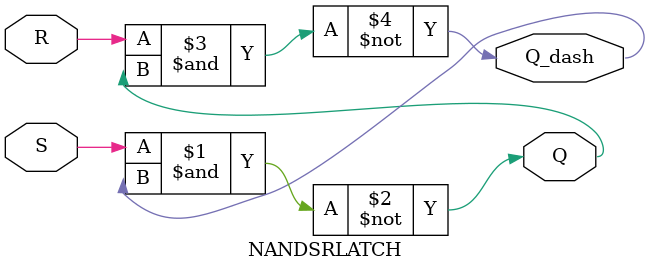
<source format=v>
`timescale 1ns / 1ps
module NANDSRLATCH(
    output Q,
    output Q_dash,
    input S,
    input R
    );

nand A1 (Q, S,Q_dash);
nand A2 (Q_dash, R,Q);

endmodule

</source>
